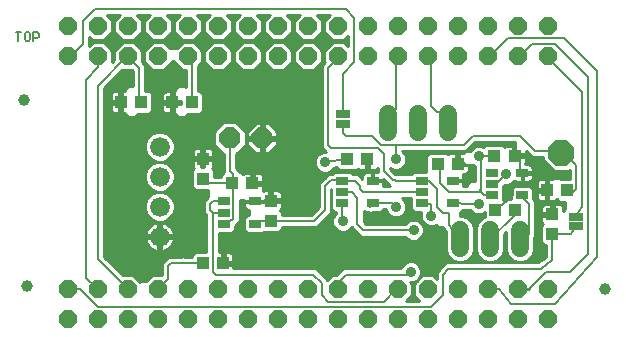
<source format=gtl>
G75*
%MOIN*%
%OFA0B0*%
%FSLAX25Y25*%
%IPPOS*%
%LPD*%
%AMOC8*
5,1,8,0,0,1.08239X$1,22.5*
%
%ADD10C,0.00500*%
%ADD11OC8,0.05906*%
%ADD12C,0.06000*%
%ADD13OC8,0.08500*%
%ADD14OC8,0.07000*%
%ADD15R,0.03937X0.04331*%
%ADD16R,0.04331X0.03937*%
%ADD17R,0.03898X0.02717*%
%ADD18R,0.05000X0.02500*%
%ADD19C,0.06600*%
%ADD20C,0.03937*%
%ADD21C,0.00787*%
%ADD22C,0.00591*%
%ADD23C,0.01000*%
%ADD24C,0.03569*%
D10*
X0010825Y0114458D02*
X0010825Y0117161D01*
X0009924Y0117161D02*
X0011726Y0117161D01*
X0012871Y0116710D02*
X0012871Y0114909D01*
X0013321Y0114458D01*
X0014222Y0114458D01*
X0014672Y0114909D01*
X0014672Y0116710D01*
X0014222Y0117161D01*
X0013321Y0117161D01*
X0012871Y0116710D01*
X0015817Y0117161D02*
X0017168Y0117161D01*
X0017619Y0116710D01*
X0017619Y0115809D01*
X0017168Y0115359D01*
X0015817Y0115359D01*
X0015817Y0114458D02*
X0015817Y0117161D01*
D11*
X0027241Y0021531D03*
X0037241Y0021531D03*
X0047241Y0021531D03*
X0057241Y0021531D03*
X0067241Y0021531D03*
X0077241Y0021531D03*
X0087241Y0021531D03*
X0097241Y0021531D03*
X0107241Y0021531D03*
X0117241Y0021531D03*
X0127241Y0021531D03*
X0137241Y0021531D03*
X0147241Y0021531D03*
X0157241Y0021531D03*
X0167241Y0021531D03*
X0177241Y0021531D03*
X0187241Y0021531D03*
X0187241Y0031531D03*
X0177241Y0031531D03*
X0167241Y0031531D03*
X0157241Y0031531D03*
X0147241Y0031531D03*
X0137241Y0031531D03*
X0127241Y0031531D03*
X0117241Y0031531D03*
X0107241Y0031531D03*
X0097241Y0031531D03*
X0087241Y0031531D03*
X0077241Y0031531D03*
X0067241Y0031531D03*
X0057241Y0031531D03*
X0047241Y0031531D03*
X0037241Y0031531D03*
X0027241Y0031531D03*
X0027493Y0109204D03*
X0037493Y0109204D03*
X0047493Y0109204D03*
X0057493Y0109204D03*
X0067493Y0109204D03*
X0077493Y0109204D03*
X0087493Y0109204D03*
X0097493Y0109204D03*
X0107493Y0109204D03*
X0117493Y0109204D03*
X0127493Y0109204D03*
X0137493Y0109204D03*
X0147493Y0109204D03*
X0157493Y0109204D03*
X0167493Y0109204D03*
X0177493Y0109204D03*
X0187493Y0109204D03*
X0187493Y0119204D03*
X0177493Y0119204D03*
X0167493Y0119204D03*
X0157493Y0119204D03*
X0147493Y0119204D03*
X0137493Y0119204D03*
X0127493Y0119204D03*
X0117493Y0119204D03*
X0107493Y0119204D03*
X0097493Y0119204D03*
X0087493Y0119204D03*
X0077493Y0119204D03*
X0067493Y0119204D03*
X0057493Y0119204D03*
X0047493Y0119204D03*
X0037493Y0119204D03*
X0027493Y0119204D03*
D12*
X0134123Y0090023D02*
X0134123Y0084023D01*
X0144123Y0084023D02*
X0144123Y0090023D01*
X0154123Y0090023D02*
X0154123Y0084023D01*
X0158139Y0051263D02*
X0158139Y0045263D01*
X0168139Y0045263D02*
X0168139Y0051263D01*
X0178139Y0051263D02*
X0178139Y0045263D01*
D13*
X0191800Y0077082D03*
D14*
X0092170Y0081870D03*
X0081343Y0081972D03*
D15*
X0072343Y0075090D03*
X0072343Y0068397D03*
X0068828Y0093834D03*
X0062135Y0093834D03*
X0051702Y0093952D03*
X0045009Y0093952D03*
X0072371Y0040252D03*
X0079064Y0040252D03*
X0169721Y0057838D03*
X0176414Y0057838D03*
X0187036Y0064602D03*
X0193729Y0064602D03*
D16*
X0188828Y0056630D03*
X0188828Y0049937D03*
X0157280Y0073468D03*
X0150587Y0073468D03*
X0169517Y0076019D03*
X0176209Y0076019D03*
X0127194Y0074838D03*
X0120501Y0074838D03*
X0094950Y0061039D03*
X0088808Y0066964D03*
X0082115Y0066964D03*
X0094950Y0054346D03*
D17*
X0089595Y0053382D03*
X0079398Y0053382D03*
X0079398Y0057122D03*
X0079398Y0060862D03*
X0089595Y0060862D03*
X0118769Y0060271D03*
X0118769Y0064012D03*
X0118769Y0067752D03*
X0128965Y0067752D03*
X0128965Y0060271D03*
X0145343Y0060271D03*
X0145343Y0064012D03*
X0145343Y0067752D03*
X0155540Y0067752D03*
X0168572Y0066571D03*
X0168572Y0070311D03*
X0178769Y0070311D03*
X0178769Y0062830D03*
X0168572Y0062830D03*
X0155540Y0060271D03*
D18*
X0196682Y0055791D03*
X0196682Y0052547D03*
X0119123Y0086602D03*
X0119123Y0089846D03*
D19*
X0057902Y0079090D03*
X0057902Y0069090D03*
X0057902Y0059090D03*
X0057902Y0049090D03*
D20*
X0013611Y0032515D03*
X0012627Y0094523D03*
X0206524Y0031531D03*
D21*
X0200619Y0043342D02*
X0194713Y0037437D01*
X0186839Y0037437D01*
X0180934Y0031531D01*
X0175028Y0026610D02*
X0189792Y0026610D01*
X0203572Y0042358D01*
X0203572Y0104366D01*
X0192745Y0115193D01*
X0174044Y0115193D01*
X0168139Y0109287D01*
X0167493Y0109204D01*
X0177493Y0109204D02*
X0177981Y0109287D01*
X0181918Y0113224D01*
X0189792Y0113224D01*
X0200619Y0102397D01*
X0200619Y0043342D01*
X0188808Y0041374D02*
X0188808Y0049917D01*
X0188828Y0049937D01*
X0195056Y0049937D01*
X0196682Y0052547D01*
X0196682Y0055791D02*
X0196335Y0055791D01*
X0198650Y0059090D01*
X0198650Y0097476D01*
X0187824Y0108303D01*
X0187493Y0109204D01*
X0152528Y0090586D02*
X0150422Y0090586D01*
X0148454Y0092555D01*
X0148454Y0108303D01*
X0137493Y0109204D02*
X0136643Y0108303D01*
X0136643Y0091571D01*
X0135048Y0089976D01*
X0134123Y0087023D01*
X0128769Y0082712D02*
X0119910Y0082712D01*
X0118926Y0083697D01*
X0118926Y0086406D01*
X0119123Y0086602D01*
X0119123Y0089846D02*
X0118926Y0090043D01*
X0118926Y0103382D01*
X0122863Y0107319D01*
X0122863Y0122082D01*
X0119910Y0125035D01*
X0036249Y0125035D01*
X0032312Y0121098D01*
X0032312Y0113224D01*
X0028375Y0109287D01*
X0027493Y0109204D01*
X0033296Y0101413D02*
X0037493Y0105610D01*
X0037493Y0109204D01*
X0046993Y0109204D02*
X0037233Y0099445D01*
X0037233Y0041539D01*
X0047241Y0031531D01*
X0037241Y0031531D02*
X0033296Y0035476D01*
X0033296Y0101413D01*
X0046993Y0109204D02*
X0047493Y0109204D01*
X0048060Y0108303D01*
X0051013Y0105350D01*
X0051013Y0094523D01*
X0051702Y0093952D01*
X0045107Y0093539D02*
X0045009Y0093952D01*
X0068729Y0094523D02*
X0068729Y0107319D01*
X0067745Y0108303D01*
X0067493Y0109204D01*
X0107493Y0119204D02*
X0108099Y0119130D01*
X0117493Y0109204D02*
X0116957Y0108303D01*
X0114005Y0105350D01*
X0114005Y0079760D01*
X0114989Y0078775D01*
X0130737Y0078775D01*
X0132706Y0076807D01*
X0132706Y0070901D01*
X0135658Y0067949D01*
X0136643Y0067949D01*
X0136839Y0067752D01*
X0145343Y0067752D01*
X0147666Y0067752D01*
X0150422Y0064996D01*
X0150422Y0059090D01*
X0152391Y0057122D01*
X0154359Y0057122D01*
X0154359Y0053027D01*
X0158139Y0048263D01*
X0168139Y0048263D02*
X0176013Y0056137D01*
X0176013Y0057122D01*
X0176414Y0057838D01*
X0178965Y0062043D02*
X0180934Y0060074D01*
X0180934Y0050074D01*
X0178139Y0048263D01*
X0184871Y0038421D02*
X0188808Y0041374D01*
X0184871Y0038421D02*
X0154162Y0038421D01*
X0152391Y0036452D01*
X0152391Y0029563D01*
X0148454Y0025626D01*
X0037233Y0025626D01*
X0031328Y0031531D01*
X0027241Y0031531D01*
X0057241Y0031531D02*
X0060855Y0035145D01*
X0060855Y0039405D01*
X0061839Y0040389D01*
X0061977Y0040252D01*
X0072371Y0040252D01*
X0066328Y0040389D01*
X0061839Y0040389D01*
X0075619Y0037437D02*
X0076603Y0036452D01*
X0109083Y0036452D01*
X0112036Y0033500D01*
X0112036Y0029563D01*
X0114005Y0027200D01*
X0132706Y0027200D01*
X0136643Y0031531D01*
X0137241Y0031531D01*
X0140580Y0036452D02*
X0141564Y0037437D01*
X0140580Y0036452D02*
X0119910Y0036452D01*
X0117241Y0033783D01*
X0117241Y0031531D01*
X0125816Y0051216D02*
X0142548Y0051216D01*
X0148454Y0056137D02*
X0148454Y0060074D01*
X0145343Y0060271D01*
X0145343Y0064012D02*
X0125816Y0064012D01*
X0124831Y0064996D01*
X0124831Y0065980D01*
X0123060Y0067752D01*
X0118769Y0067752D01*
X0118572Y0067949D01*
X0114989Y0067949D01*
X0113020Y0065980D01*
X0113020Y0058106D01*
X0109261Y0054346D01*
X0094950Y0054346D01*
X0094320Y0054169D02*
X0090383Y0054169D01*
X0089595Y0053382D01*
X0082509Y0055153D02*
X0082509Y0066964D01*
X0082115Y0066964D01*
X0082509Y0067358D01*
X0082509Y0069917D01*
X0081343Y0071082D01*
X0081343Y0081972D01*
X0072343Y0075090D02*
X0072666Y0073854D01*
X0072343Y0075090D02*
X0071682Y0074838D01*
X0072343Y0068397D02*
X0071682Y0066964D01*
X0072666Y0066964D02*
X0072343Y0068397D01*
X0072666Y0066964D02*
X0082115Y0066964D01*
X0082328Y0067177D01*
X0088414Y0066964D02*
X0088808Y0066964D01*
X0090383Y0061059D02*
X0089595Y0060862D01*
X0090383Y0061059D02*
X0094320Y0061059D01*
X0094950Y0061039D01*
X0082509Y0055153D02*
X0081524Y0054169D01*
X0079556Y0054169D01*
X0079398Y0053382D01*
X0079556Y0057122D02*
X0075619Y0057122D01*
X0075619Y0037437D01*
X0075619Y0057122D02*
X0074635Y0058106D01*
X0074635Y0060074D01*
X0075619Y0061059D01*
X0079202Y0061059D01*
X0079398Y0060862D01*
X0079556Y0060074D01*
X0113020Y0073854D02*
X0120501Y0074838D01*
X0119225Y0073854D01*
X0128769Y0082712D02*
X0131721Y0079760D01*
X0136643Y0079760D01*
X0136643Y0074838D01*
X0136643Y0079760D02*
X0159280Y0079760D01*
X0162233Y0082712D01*
X0177981Y0082712D01*
X0182902Y0077791D01*
X0191761Y0077791D01*
X0192745Y0076807D02*
X0196682Y0072870D01*
X0196682Y0064996D01*
X0195698Y0064012D01*
X0194320Y0064012D01*
X0193729Y0064602D01*
X0186839Y0069917D02*
X0178965Y0069917D01*
X0178769Y0070311D01*
X0177981Y0069917D01*
X0178769Y0070311D02*
X0177981Y0070901D01*
X0177981Y0074838D01*
X0176997Y0075823D01*
X0176209Y0076019D01*
X0169517Y0076019D02*
X0169123Y0075823D01*
X0164202Y0075823D01*
X0165186Y0074838D01*
X0165186Y0064996D01*
X0164202Y0064012D01*
X0154359Y0064012D01*
X0151406Y0066964D01*
X0151406Y0072870D01*
X0150587Y0073468D01*
X0151406Y0073854D01*
X0155540Y0067752D02*
X0159280Y0067949D01*
X0165186Y0064996D02*
X0165186Y0064012D01*
X0166170Y0063027D01*
X0168375Y0063027D01*
X0168572Y0062830D01*
X0168139Y0063027D01*
X0164202Y0060074D02*
X0161249Y0060074D01*
X0155540Y0060271D01*
X0145501Y0064012D02*
X0145343Y0064012D01*
X0136643Y0059090D02*
X0135461Y0060271D01*
X0128965Y0060271D01*
X0128178Y0059090D01*
X0123847Y0062043D02*
X0123847Y0053185D01*
X0125816Y0051216D01*
X0118926Y0054169D02*
X0118769Y0054326D01*
X0118769Y0060271D01*
X0121879Y0064012D02*
X0123847Y0062043D01*
X0121879Y0064012D02*
X0118769Y0064012D01*
X0154123Y0087023D02*
X0152528Y0090586D01*
X0173454Y0069917D02*
X0170501Y0066964D01*
X0169123Y0066964D01*
X0168572Y0066571D01*
X0175816Y0066964D02*
X0175816Y0063027D01*
X0170107Y0058106D01*
X0169721Y0057838D01*
X0169123Y0057122D01*
X0178965Y0062043D02*
X0178769Y0062830D01*
X0171091Y0031531D02*
X0167241Y0031531D01*
X0171091Y0031531D02*
X0175028Y0026610D01*
D22*
X0094950Y0054346D02*
X0094320Y0054169D01*
X0079556Y0057122D02*
X0079398Y0057122D01*
X0078572Y0057122D01*
X0068828Y0093834D02*
X0068729Y0094523D01*
X0062824Y0093539D02*
X0062135Y0093834D01*
X0147493Y0109204D02*
X0148454Y0108303D01*
X0191761Y0077791D02*
X0191800Y0077082D01*
X0192745Y0076807D01*
X0157280Y0073468D02*
X0157312Y0072870D01*
D23*
X0157765Y0072926D02*
X0156796Y0072926D01*
X0156796Y0072984D02*
X0157765Y0072984D01*
X0157765Y0073952D01*
X0158746Y0073952D01*
X0159560Y0073138D01*
X0161953Y0073138D01*
X0161956Y0073141D01*
X0162228Y0072869D01*
X0163092Y0072511D01*
X0163092Y0067680D01*
X0161529Y0067680D01*
X0160533Y0066684D01*
X0160533Y0066105D01*
X0158965Y0066105D01*
X0158989Y0066196D01*
X0158989Y0067573D01*
X0155719Y0067573D01*
X0155719Y0067931D01*
X0158989Y0067931D01*
X0158989Y0069190D01*
X0159012Y0069213D01*
X0159012Y0070000D01*
X0159643Y0070000D01*
X0160025Y0070102D01*
X0160367Y0070299D01*
X0160646Y0070579D01*
X0160843Y0070921D01*
X0160946Y0071302D01*
X0160946Y0072984D01*
X0157765Y0072984D01*
X0157765Y0072601D01*
X0156796Y0072601D01*
X0156796Y0072984D01*
X0156796Y0073953D02*
X0156796Y0076937D01*
X0154917Y0076937D01*
X0154536Y0076834D01*
X0154194Y0076637D01*
X0154075Y0076518D01*
X0153457Y0077137D01*
X0147718Y0077137D01*
X0146722Y0076141D01*
X0146722Y0070810D01*
X0142690Y0070810D01*
X0141726Y0069845D01*
X0137707Y0069845D01*
X0137510Y0070042D01*
X0136526Y0070042D01*
X0134799Y0071769D01*
X0134799Y0071830D01*
X0135949Y0071354D01*
X0137336Y0071354D01*
X0138616Y0071884D01*
X0139596Y0072865D01*
X0140127Y0074145D01*
X0140127Y0075531D01*
X0139596Y0076812D01*
X0138742Y0077666D01*
X0160148Y0077666D01*
X0161374Y0078892D01*
X0163100Y0080619D01*
X0176436Y0080619D01*
X0176281Y0080464D01*
X0176281Y0078071D01*
X0176694Y0077659D01*
X0176694Y0076504D01*
X0175725Y0076504D01*
X0175725Y0079488D01*
X0173847Y0079488D01*
X0173465Y0079386D01*
X0173123Y0079188D01*
X0173004Y0079070D01*
X0172386Y0079688D01*
X0166647Y0079688D01*
X0165864Y0078905D01*
X0164895Y0079307D01*
X0163509Y0079307D01*
X0162228Y0078776D01*
X0161248Y0077796D01*
X0161134Y0077523D01*
X0159560Y0077523D01*
X0158975Y0076937D01*
X0157765Y0076937D01*
X0157765Y0073953D01*
X0156796Y0073953D01*
X0157765Y0073925D02*
X0158774Y0073925D01*
X0157765Y0074923D02*
X0156796Y0074923D01*
X0156796Y0075922D02*
X0157765Y0075922D01*
X0157765Y0076920D02*
X0156796Y0076920D01*
X0154857Y0076920D02*
X0153673Y0076920D01*
X0147502Y0076920D02*
X0139488Y0076920D01*
X0139965Y0075922D02*
X0146722Y0075922D01*
X0146722Y0074923D02*
X0140127Y0074923D01*
X0140036Y0073925D02*
X0146722Y0073925D01*
X0146722Y0072926D02*
X0139622Y0072926D01*
X0138660Y0071928D02*
X0146722Y0071928D01*
X0146722Y0070929D02*
X0135638Y0070929D01*
X0137621Y0069931D02*
X0141811Y0069931D01*
X0134541Y0066105D02*
X0132390Y0066105D01*
X0132414Y0066196D01*
X0132414Y0067573D01*
X0129145Y0067573D01*
X0129145Y0067931D01*
X0132414Y0067931D01*
X0132414Y0068232D01*
X0133565Y0067081D01*
X0134541Y0066105D01*
X0133710Y0066935D02*
X0132414Y0066935D01*
X0132414Y0067934D02*
X0132712Y0067934D01*
X0130612Y0070610D02*
X0129144Y0070610D01*
X0129144Y0067931D01*
X0128786Y0067931D01*
X0128786Y0070610D01*
X0126819Y0070610D01*
X0126438Y0070508D01*
X0126096Y0070310D01*
X0125816Y0070031D01*
X0125619Y0069689D01*
X0125517Y0069307D01*
X0125517Y0068256D01*
X0123927Y0069845D01*
X0122386Y0069845D01*
X0121421Y0070810D01*
X0116116Y0070810D01*
X0115348Y0070042D01*
X0114122Y0070042D01*
X0112895Y0068816D01*
X0110927Y0066847D01*
X0110927Y0058973D01*
X0108393Y0056440D01*
X0098815Y0056440D01*
X0098815Y0057019D01*
X0097990Y0057844D01*
X0098036Y0057870D01*
X0098315Y0058150D01*
X0098513Y0058492D01*
X0098615Y0058873D01*
X0098615Y0060555D01*
X0095434Y0060555D01*
X0095434Y0061523D01*
X0098615Y0061523D01*
X0098615Y0063205D01*
X0098513Y0063587D01*
X0098315Y0063929D01*
X0098036Y0064208D01*
X0097694Y0064405D01*
X0097312Y0064508D01*
X0095434Y0064508D01*
X0095434Y0061523D01*
X0094465Y0061523D01*
X0094465Y0060555D01*
X0093044Y0060555D01*
X0093044Y0060683D01*
X0089774Y0060683D01*
X0089774Y0061041D01*
X0093044Y0061041D01*
X0093044Y0061523D01*
X0094465Y0061523D01*
X0094465Y0064508D01*
X0092587Y0064508D01*
X0092380Y0064452D01*
X0092473Y0064798D01*
X0092473Y0066480D01*
X0089292Y0066480D01*
X0089292Y0067449D01*
X0088324Y0067449D01*
X0088324Y0070433D01*
X0086445Y0070433D01*
X0086064Y0070331D01*
X0085721Y0070133D01*
X0085603Y0070014D01*
X0084984Y0070633D01*
X0084602Y0070633D01*
X0084602Y0070784D01*
X0083437Y0071950D01*
X0083437Y0076772D01*
X0083497Y0076772D01*
X0086543Y0079818D01*
X0086543Y0084126D01*
X0083497Y0087172D01*
X0079189Y0087172D01*
X0076143Y0084126D01*
X0076143Y0079818D01*
X0079189Y0076772D01*
X0079250Y0076772D01*
X0079250Y0070633D01*
X0079245Y0070633D01*
X0078250Y0069637D01*
X0078250Y0069058D01*
X0076012Y0069058D01*
X0076012Y0071267D01*
X0075393Y0071885D01*
X0075512Y0072004D01*
X0075710Y0072346D01*
X0075812Y0072727D01*
X0075812Y0074606D01*
X0072828Y0074606D01*
X0072828Y0075574D01*
X0075812Y0075574D01*
X0075812Y0077453D01*
X0075710Y0077835D01*
X0075512Y0078177D01*
X0075233Y0078456D01*
X0074891Y0078653D01*
X0074509Y0078756D01*
X0072828Y0078756D01*
X0072828Y0075575D01*
X0071859Y0075575D01*
X0071859Y0078756D01*
X0070177Y0078756D01*
X0069796Y0078653D01*
X0069454Y0078456D01*
X0069175Y0078177D01*
X0068977Y0077835D01*
X0068875Y0077453D01*
X0068875Y0075574D01*
X0071859Y0075574D01*
X0071859Y0074606D01*
X0068875Y0074606D01*
X0068875Y0072727D01*
X0068977Y0072346D01*
X0069175Y0072004D01*
X0069293Y0071885D01*
X0068675Y0071267D01*
X0068675Y0065528D01*
X0069671Y0064532D01*
X0073919Y0064532D01*
X0073919Y0062323D01*
X0073921Y0062321D01*
X0072541Y0060942D01*
X0072541Y0057239D01*
X0073525Y0056254D01*
X0073525Y0044117D01*
X0069698Y0044117D01*
X0068702Y0043121D01*
X0068702Y0042430D01*
X0067214Y0042463D01*
X0067195Y0042483D01*
X0066352Y0042483D01*
X0065508Y0042502D01*
X0065488Y0042483D01*
X0060972Y0042483D01*
X0059988Y0041499D01*
X0058761Y0040272D01*
X0058761Y0036184D01*
X0055314Y0036184D01*
X0053345Y0034215D01*
X0051293Y0034215D01*
X0051215Y0034137D01*
X0049168Y0036184D01*
X0045549Y0036184D01*
X0039327Y0042406D01*
X0039327Y0098577D01*
X0045433Y0104684D01*
X0045566Y0104551D01*
X0048850Y0104551D01*
X0048919Y0104483D01*
X0048919Y0099176D01*
X0047356Y0099176D01*
X0046360Y0098180D01*
X0046360Y0097618D01*
X0045493Y0097618D01*
X0045493Y0094437D01*
X0044524Y0094437D01*
X0044524Y0093468D01*
X0041540Y0093468D01*
X0041540Y0091590D01*
X0041642Y0091208D01*
X0041840Y0090866D01*
X0042119Y0090587D01*
X0042461Y0090389D01*
X0042843Y0090287D01*
X0044524Y0090287D01*
X0044524Y0093468D01*
X0045493Y0093468D01*
X0045493Y0090287D01*
X0046360Y0090287D01*
X0046360Y0089882D01*
X0047356Y0088886D01*
X0049748Y0088886D01*
X0050744Y0089882D01*
X0050744Y0090087D01*
X0054374Y0090087D01*
X0055370Y0091083D01*
X0055370Y0096822D01*
X0054374Y0097818D01*
X0053106Y0097818D01*
X0053106Y0106217D01*
X0052096Y0107227D01*
X0052146Y0107277D01*
X0052146Y0111131D01*
X0049420Y0113857D01*
X0045566Y0113857D01*
X0042840Y0111131D01*
X0042840Y0108013D01*
X0042146Y0107318D01*
X0042146Y0111131D01*
X0039420Y0113857D01*
X0035566Y0113857D01*
X0034405Y0112697D01*
X0034405Y0115711D01*
X0035566Y0114551D01*
X0039420Y0114551D01*
X0042146Y0117277D01*
X0042146Y0121131D01*
X0040335Y0122941D01*
X0044650Y0122941D01*
X0042840Y0121131D01*
X0042840Y0117277D01*
X0045566Y0114551D01*
X0049420Y0114551D01*
X0052146Y0117277D01*
X0052146Y0121131D01*
X0050335Y0122941D01*
X0054650Y0122941D01*
X0052840Y0121131D01*
X0052840Y0117277D01*
X0055566Y0114551D01*
X0059420Y0114551D01*
X0062146Y0117277D01*
X0062146Y0121131D01*
X0060335Y0122941D01*
X0064650Y0122941D01*
X0062840Y0121131D01*
X0062840Y0117277D01*
X0065566Y0114551D01*
X0069420Y0114551D01*
X0072146Y0117277D01*
X0072146Y0121131D01*
X0070335Y0122941D01*
X0074650Y0122941D01*
X0072840Y0121131D01*
X0072840Y0117277D01*
X0075566Y0114551D01*
X0079420Y0114551D01*
X0082146Y0117277D01*
X0082146Y0121131D01*
X0080335Y0122941D01*
X0084650Y0122941D01*
X0082840Y0121131D01*
X0082840Y0117277D01*
X0085566Y0114551D01*
X0089420Y0114551D01*
X0092146Y0117277D01*
X0092146Y0121131D01*
X0090335Y0122941D01*
X0094650Y0122941D01*
X0092840Y0121131D01*
X0092840Y0117277D01*
X0095566Y0114551D01*
X0099420Y0114551D01*
X0102146Y0117277D01*
X0102146Y0121131D01*
X0100335Y0122941D01*
X0104650Y0122941D01*
X0102840Y0121131D01*
X0102840Y0117277D01*
X0105566Y0114551D01*
X0109420Y0114551D01*
X0112146Y0117277D01*
X0112146Y0121131D01*
X0110335Y0122941D01*
X0114650Y0122941D01*
X0112840Y0121131D01*
X0112840Y0117277D01*
X0115566Y0114551D01*
X0119420Y0114551D01*
X0120769Y0115900D01*
X0120769Y0112508D01*
X0119420Y0113857D01*
X0115566Y0113857D01*
X0112840Y0111131D01*
X0112840Y0107277D01*
X0112905Y0107212D01*
X0111911Y0106217D01*
X0111911Y0078892D01*
X0113137Y0077666D01*
X0113137Y0077666D01*
X0113465Y0077338D01*
X0112327Y0077338D01*
X0111047Y0076808D01*
X0110067Y0075828D01*
X0109536Y0074547D01*
X0109536Y0073161D01*
X0110067Y0071880D01*
X0111047Y0070900D01*
X0112327Y0070370D01*
X0113714Y0070370D01*
X0114994Y0070900D01*
X0115974Y0071880D01*
X0116084Y0072145D01*
X0116635Y0072218D01*
X0116635Y0072166D01*
X0117631Y0071170D01*
X0123370Y0071170D01*
X0123989Y0071788D01*
X0124107Y0071669D01*
X0124449Y0071472D01*
X0124831Y0071370D01*
X0126709Y0071370D01*
X0126709Y0074354D01*
X0127678Y0074354D01*
X0127678Y0071370D01*
X0129557Y0071370D01*
X0129938Y0071472D01*
X0130280Y0071669D01*
X0130559Y0071949D01*
X0130612Y0072040D01*
X0130612Y0070610D01*
X0130612Y0070929D02*
X0115023Y0070929D01*
X0115994Y0071928D02*
X0116873Y0071928D01*
X0114010Y0069931D02*
X0092096Y0069931D01*
X0092174Y0069854D02*
X0091894Y0070133D01*
X0091552Y0070331D01*
X0091171Y0070433D01*
X0089292Y0070433D01*
X0089292Y0067449D01*
X0092473Y0067449D01*
X0092473Y0069130D01*
X0092371Y0069512D01*
X0092174Y0069854D01*
X0092473Y0068932D02*
X0113012Y0068932D01*
X0112013Y0067934D02*
X0092473Y0067934D01*
X0089292Y0067934D02*
X0088324Y0067934D01*
X0088324Y0068932D02*
X0089292Y0068932D01*
X0089292Y0069931D02*
X0088324Y0069931D01*
X0089292Y0066935D02*
X0111015Y0066935D01*
X0110927Y0065937D02*
X0092473Y0065937D01*
X0092473Y0064938D02*
X0110927Y0064938D01*
X0110927Y0063940D02*
X0098304Y0063940D01*
X0098615Y0062941D02*
X0110927Y0062941D01*
X0110927Y0061943D02*
X0098615Y0061943D01*
X0098615Y0059946D02*
X0110927Y0059946D01*
X0110927Y0060944D02*
X0095434Y0060944D01*
X0094465Y0060944D02*
X0089774Y0060944D01*
X0089416Y0060944D02*
X0084602Y0060944D01*
X0084602Y0061327D02*
X0086146Y0061327D01*
X0086146Y0061041D01*
X0089416Y0061041D01*
X0089416Y0060683D01*
X0086146Y0060683D01*
X0086146Y0059306D01*
X0086249Y0058925D01*
X0086446Y0058583D01*
X0086725Y0058303D01*
X0087067Y0058106D01*
X0087449Y0058004D01*
X0087698Y0058004D01*
X0087698Y0056440D01*
X0086942Y0056440D01*
X0085946Y0055444D01*
X0085946Y0051319D01*
X0086942Y0050323D01*
X0092248Y0050323D01*
X0092603Y0050678D01*
X0097819Y0050678D01*
X0098815Y0051673D01*
X0098815Y0052252D01*
X0110128Y0052252D01*
X0111354Y0053479D01*
X0113888Y0056012D01*
X0115114Y0057239D01*
X0115114Y0065113D01*
X0115120Y0065118D01*
X0115120Y0058209D01*
X0116116Y0057213D01*
X0116675Y0057213D01*
X0116675Y0056845D01*
X0115972Y0056143D01*
X0115442Y0054862D01*
X0115442Y0053476D01*
X0115972Y0052195D01*
X0116952Y0051215D01*
X0118233Y0050685D01*
X0119619Y0050685D01*
X0120900Y0051215D01*
X0121878Y0052193D01*
X0123722Y0050349D01*
X0124948Y0049123D01*
X0139714Y0049123D01*
X0140574Y0048262D01*
X0141855Y0047732D01*
X0143241Y0047732D01*
X0144522Y0048262D01*
X0145502Y0049243D01*
X0146032Y0050523D01*
X0146032Y0051909D01*
X0145502Y0053190D01*
X0144522Y0054170D01*
X0143241Y0054700D01*
X0141855Y0054700D01*
X0140574Y0054170D01*
X0139714Y0053310D01*
X0126683Y0053310D01*
X0125941Y0054052D01*
X0125941Y0057585D01*
X0126312Y0057213D01*
X0127219Y0057213D01*
X0127738Y0056867D01*
X0129439Y0057207D01*
X0129443Y0057213D01*
X0131618Y0057213D01*
X0132583Y0058178D01*
X0133249Y0058178D01*
X0133689Y0057117D01*
X0134669Y0056136D01*
X0135949Y0055606D01*
X0137336Y0055606D01*
X0138616Y0056136D01*
X0139596Y0057117D01*
X0140127Y0058397D01*
X0140127Y0059783D01*
X0139596Y0061064D01*
X0138742Y0061918D01*
X0141694Y0061918D01*
X0141694Y0058209D01*
X0142690Y0057213D01*
X0145128Y0057213D01*
X0144969Y0056831D01*
X0144969Y0055444D01*
X0145500Y0054164D01*
X0146480Y0053184D01*
X0147760Y0052653D01*
X0149147Y0052653D01*
X0150116Y0053055D01*
X0150702Y0052469D01*
X0152187Y0052469D01*
X0152180Y0052405D01*
X0152265Y0052298D01*
X0152265Y0052160D01*
X0152794Y0051632D01*
X0153439Y0050819D01*
X0153439Y0044329D01*
X0154154Y0042601D01*
X0155476Y0041279D01*
X0157204Y0040563D01*
X0159073Y0040563D01*
X0160801Y0041279D01*
X0162123Y0042601D01*
X0162839Y0044329D01*
X0162839Y0052198D01*
X0162123Y0053926D01*
X0160801Y0055248D01*
X0159073Y0055963D01*
X0158028Y0055963D01*
X0158028Y0057213D01*
X0158193Y0057213D01*
X0159036Y0058056D01*
X0160352Y0058010D01*
X0160382Y0057981D01*
X0161213Y0057981D01*
X0161373Y0057975D01*
X0162228Y0057121D01*
X0163509Y0056590D01*
X0164895Y0056590D01*
X0166175Y0057121D01*
X0166253Y0057198D01*
X0166253Y0055570D01*
X0165476Y0055248D01*
X0164154Y0053926D01*
X0163439Y0052198D01*
X0163439Y0044329D01*
X0164154Y0042601D01*
X0165476Y0041279D01*
X0167204Y0040563D01*
X0169073Y0040563D01*
X0170801Y0041279D01*
X0172123Y0042601D01*
X0172839Y0044329D01*
X0172839Y0050003D01*
X0173439Y0050603D01*
X0173439Y0044329D01*
X0174154Y0042601D01*
X0175476Y0041279D01*
X0177204Y0040563D01*
X0179073Y0040563D01*
X0180801Y0041279D01*
X0182123Y0042601D01*
X0182839Y0044329D01*
X0182839Y0048969D01*
X0182852Y0049032D01*
X0183028Y0049207D01*
X0183028Y0049853D01*
X0183163Y0050485D01*
X0183028Y0050693D01*
X0183028Y0060942D01*
X0182417Y0061552D01*
X0182417Y0064893D01*
X0181421Y0065889D01*
X0176116Y0065889D01*
X0175120Y0064893D01*
X0175120Y0061704D01*
X0173741Y0061704D01*
X0172917Y0060879D01*
X0172890Y0060925D01*
X0172611Y0061204D01*
X0172269Y0061401D01*
X0172220Y0061414D01*
X0172220Y0065723D01*
X0172930Y0066433D01*
X0174147Y0066433D01*
X0175427Y0066963D01*
X0176100Y0067636D01*
X0176241Y0067555D01*
X0176622Y0067452D01*
X0178589Y0067452D01*
X0178589Y0070131D01*
X0178948Y0070131D01*
X0178948Y0067452D01*
X0180915Y0067452D01*
X0181296Y0067555D01*
X0181638Y0067752D01*
X0181918Y0068031D01*
X0182115Y0068373D01*
X0182217Y0068755D01*
X0182217Y0070132D01*
X0178948Y0070132D01*
X0178948Y0070490D01*
X0182217Y0070490D01*
X0182217Y0071866D01*
X0182115Y0072248D01*
X0181918Y0072590D01*
X0181638Y0072869D01*
X0181296Y0073067D01*
X0180915Y0073169D01*
X0179598Y0073169D01*
X0179773Y0073472D01*
X0179875Y0073853D01*
X0179875Y0075535D01*
X0176694Y0075535D01*
X0176694Y0076504D01*
X0179875Y0076504D01*
X0179875Y0077281D01*
X0180163Y0077569D01*
X0182035Y0075697D01*
X0185850Y0075697D01*
X0185850Y0074618D01*
X0189335Y0071132D01*
X0194265Y0071132D01*
X0194588Y0071456D01*
X0194588Y0068467D01*
X0191677Y0068467D01*
X0191481Y0068664D01*
X0189088Y0068664D01*
X0188691Y0068267D01*
X0187520Y0068267D01*
X0187520Y0065086D01*
X0186552Y0065086D01*
X0186552Y0064118D01*
X0183568Y0064118D01*
X0183568Y0062239D01*
X0183670Y0061858D01*
X0183867Y0061516D01*
X0184147Y0061236D01*
X0184489Y0061039D01*
X0184870Y0060937D01*
X0186552Y0060937D01*
X0186552Y0064118D01*
X0187520Y0064118D01*
X0187520Y0060937D01*
X0189202Y0060937D01*
X0189584Y0061039D01*
X0189926Y0061236D01*
X0190205Y0061516D01*
X0190232Y0061562D01*
X0191056Y0060737D01*
X0193013Y0060737D01*
X0193013Y0058386D01*
X0193068Y0058331D01*
X0192493Y0057756D01*
X0192493Y0058796D01*
X0192391Y0059177D01*
X0192193Y0059519D01*
X0191914Y0059798D01*
X0191572Y0059996D01*
X0191190Y0060098D01*
X0189312Y0060098D01*
X0189312Y0057114D01*
X0188343Y0057114D01*
X0188343Y0056145D01*
X0185162Y0056145D01*
X0185162Y0054464D01*
X0185264Y0054082D01*
X0185462Y0053740D01*
X0185741Y0053461D01*
X0185787Y0053434D01*
X0184962Y0052609D01*
X0184962Y0047264D01*
X0185958Y0046268D01*
X0186714Y0046268D01*
X0186714Y0042421D01*
X0184173Y0040515D01*
X0154966Y0040515D01*
X0154918Y0040557D01*
X0154107Y0040515D01*
X0153295Y0040515D01*
X0153250Y0040470D01*
X0153186Y0040466D01*
X0152643Y0039862D01*
X0152069Y0039288D01*
X0152069Y0039224D01*
X0150871Y0037894D01*
X0150297Y0037320D01*
X0150297Y0037256D01*
X0150254Y0037208D01*
X0150297Y0036397D01*
X0150297Y0035055D01*
X0149168Y0036184D01*
X0145314Y0036184D01*
X0142588Y0033458D01*
X0142588Y0029604D01*
X0144473Y0027719D01*
X0140009Y0027719D01*
X0141894Y0029604D01*
X0141894Y0033458D01*
X0141400Y0033952D01*
X0142257Y0033952D01*
X0143537Y0034483D01*
X0144518Y0035463D01*
X0145048Y0036744D01*
X0145048Y0038130D01*
X0144518Y0039410D01*
X0143537Y0040391D01*
X0142257Y0040921D01*
X0140871Y0040921D01*
X0139590Y0040391D01*
X0138610Y0039410D01*
X0138252Y0038546D01*
X0119043Y0038546D01*
X0117817Y0037320D01*
X0116681Y0036184D01*
X0115314Y0036184D01*
X0113813Y0034684D01*
X0112903Y0035593D01*
X0109951Y0038546D01*
X0082532Y0038546D01*
X0082532Y0039767D01*
X0079548Y0039767D01*
X0079548Y0040736D01*
X0078580Y0040736D01*
X0078580Y0043917D01*
X0077713Y0043917D01*
X0077713Y0050323D01*
X0082051Y0050323D01*
X0083047Y0051319D01*
X0083047Y0052731D01*
X0083376Y0053060D01*
X0084602Y0054286D01*
X0084602Y0061327D01*
X0084602Y0059946D02*
X0086146Y0059946D01*
X0086243Y0058947D02*
X0084602Y0058947D01*
X0084602Y0057949D02*
X0087698Y0057949D01*
X0087698Y0056950D02*
X0084602Y0056950D01*
X0084602Y0055952D02*
X0086454Y0055952D01*
X0085946Y0054953D02*
X0084602Y0054953D01*
X0084271Y0053955D02*
X0085946Y0053955D01*
X0085946Y0052956D02*
X0083273Y0052956D01*
X0083047Y0051958D02*
X0085946Y0051958D01*
X0086306Y0050959D02*
X0082687Y0050959D01*
X0077713Y0049961D02*
X0124110Y0049961D01*
X0123112Y0050959D02*
X0120282Y0050959D01*
X0121642Y0051958D02*
X0122113Y0051958D01*
X0126038Y0053955D02*
X0140359Y0053955D01*
X0138170Y0055952D02*
X0144969Y0055952D01*
X0145019Y0056950D02*
X0139430Y0056950D01*
X0139941Y0057949D02*
X0141955Y0057949D01*
X0141694Y0058947D02*
X0140127Y0058947D01*
X0140059Y0059946D02*
X0141694Y0059946D01*
X0141694Y0060944D02*
X0139646Y0060944D01*
X0133344Y0057949D02*
X0132354Y0057949D01*
X0133855Y0056950D02*
X0128154Y0056950D01*
X0127613Y0056950D02*
X0125941Y0056950D01*
X0125941Y0055952D02*
X0135115Y0055952D01*
X0125941Y0054953D02*
X0145173Y0054953D01*
X0144737Y0053955D02*
X0145709Y0053955D01*
X0145599Y0052956D02*
X0147029Y0052956D01*
X0146012Y0051958D02*
X0152468Y0051958D01*
X0153327Y0050959D02*
X0146032Y0050959D01*
X0145799Y0049961D02*
X0153439Y0049961D01*
X0153439Y0048962D02*
X0145221Y0048962D01*
X0143800Y0047964D02*
X0153439Y0047964D01*
X0153439Y0046965D02*
X0077713Y0046965D01*
X0077713Y0045967D02*
X0153439Y0045967D01*
X0153439Y0044968D02*
X0077713Y0044968D01*
X0077713Y0043970D02*
X0153587Y0043970D01*
X0154001Y0042971D02*
X0082437Y0042971D01*
X0082430Y0042996D02*
X0082233Y0043338D01*
X0081953Y0043617D01*
X0081611Y0043815D01*
X0081230Y0043917D01*
X0079548Y0043917D01*
X0079548Y0040736D01*
X0082532Y0040736D01*
X0082532Y0042614D01*
X0082430Y0042996D01*
X0082532Y0041973D02*
X0154783Y0041973D01*
X0156212Y0040974D02*
X0082532Y0040974D01*
X0082532Y0038977D02*
X0138430Y0038977D01*
X0139175Y0039976D02*
X0079548Y0039976D01*
X0079548Y0040974D02*
X0078580Y0040974D01*
X0078580Y0041973D02*
X0079548Y0041973D01*
X0079548Y0042971D02*
X0078580Y0042971D01*
X0073525Y0044968D02*
X0060385Y0044968D01*
X0060418Y0044985D02*
X0061029Y0045429D01*
X0061564Y0045963D01*
X0062008Y0046574D01*
X0062351Y0047248D01*
X0062584Y0047966D01*
X0062683Y0048590D01*
X0058402Y0048590D01*
X0058402Y0044310D01*
X0059026Y0044408D01*
X0059745Y0044642D01*
X0060418Y0044985D01*
X0061566Y0045967D02*
X0073525Y0045967D01*
X0073525Y0046965D02*
X0062207Y0046965D01*
X0062583Y0047964D02*
X0073525Y0047964D01*
X0073525Y0048962D02*
X0058402Y0048962D01*
X0058402Y0048590D02*
X0058402Y0049590D01*
X0057402Y0049590D01*
X0057402Y0048590D01*
X0053122Y0048590D01*
X0053221Y0047966D01*
X0053454Y0047248D01*
X0053797Y0046574D01*
X0054241Y0045963D01*
X0054775Y0045429D01*
X0055387Y0044985D01*
X0056060Y0044642D01*
X0056778Y0044408D01*
X0057402Y0044310D01*
X0057402Y0048590D01*
X0058402Y0048590D01*
X0058402Y0047964D02*
X0057402Y0047964D01*
X0057402Y0048962D02*
X0039327Y0048962D01*
X0039327Y0047964D02*
X0053221Y0047964D01*
X0053598Y0046965D02*
X0039327Y0046965D01*
X0039327Y0045967D02*
X0054239Y0045967D01*
X0055420Y0044968D02*
X0039327Y0044968D01*
X0039327Y0043970D02*
X0069551Y0043970D01*
X0068702Y0042971D02*
X0039327Y0042971D01*
X0039760Y0041973D02*
X0060462Y0041973D01*
X0059463Y0040974D02*
X0040759Y0040974D01*
X0041757Y0039976D02*
X0058761Y0039976D01*
X0058761Y0038977D02*
X0042756Y0038977D01*
X0043755Y0037979D02*
X0058761Y0037979D01*
X0058761Y0036980D02*
X0044753Y0036980D01*
X0049371Y0035982D02*
X0055111Y0035982D01*
X0054113Y0034983D02*
X0050369Y0034983D01*
X0057402Y0044968D02*
X0058402Y0044968D01*
X0058402Y0045967D02*
X0057402Y0045967D01*
X0057402Y0046965D02*
X0058402Y0046965D01*
X0058402Y0049590D02*
X0062683Y0049590D01*
X0062584Y0050214D01*
X0062351Y0050933D01*
X0062008Y0051606D01*
X0061564Y0052217D01*
X0061029Y0052751D01*
X0060418Y0053196D01*
X0059745Y0053539D01*
X0059026Y0053772D01*
X0058402Y0053871D01*
X0058402Y0049590D01*
X0058402Y0049961D02*
X0057402Y0049961D01*
X0057402Y0049590D02*
X0057402Y0053871D01*
X0056778Y0053772D01*
X0056060Y0053539D01*
X0055387Y0053196D01*
X0054775Y0052751D01*
X0054241Y0052217D01*
X0053797Y0051606D01*
X0053454Y0050933D01*
X0053221Y0050214D01*
X0053122Y0049590D01*
X0057402Y0049590D01*
X0057402Y0050959D02*
X0058402Y0050959D01*
X0058402Y0051958D02*
X0057402Y0051958D01*
X0057402Y0052956D02*
X0058402Y0052956D01*
X0058897Y0054090D02*
X0060735Y0054851D01*
X0062141Y0056258D01*
X0062902Y0058096D01*
X0062902Y0060085D01*
X0062141Y0061923D01*
X0060735Y0063329D01*
X0058897Y0064090D01*
X0056908Y0064090D01*
X0055070Y0063329D01*
X0053664Y0061923D01*
X0052902Y0060085D01*
X0052902Y0058096D01*
X0053664Y0056258D01*
X0055070Y0054851D01*
X0056908Y0054090D01*
X0058897Y0054090D01*
X0060836Y0054953D02*
X0073525Y0054953D01*
X0073525Y0053955D02*
X0039327Y0053955D01*
X0039327Y0054953D02*
X0054968Y0054953D01*
X0053970Y0055952D02*
X0039327Y0055952D01*
X0039327Y0056950D02*
X0053377Y0056950D01*
X0052963Y0057949D02*
X0039327Y0057949D01*
X0039327Y0058947D02*
X0052902Y0058947D01*
X0052902Y0059946D02*
X0039327Y0059946D01*
X0039327Y0060944D02*
X0053258Y0060944D01*
X0053684Y0061943D02*
X0039327Y0061943D01*
X0039327Y0062941D02*
X0054682Y0062941D01*
X0055070Y0064851D02*
X0056908Y0064090D01*
X0058897Y0064090D01*
X0060735Y0064851D01*
X0062141Y0066258D01*
X0062902Y0068096D01*
X0062902Y0070085D01*
X0062141Y0071923D01*
X0060735Y0073329D01*
X0058897Y0074090D01*
X0056908Y0074090D01*
X0055070Y0073329D01*
X0053664Y0071923D01*
X0052902Y0070085D01*
X0052902Y0068096D01*
X0053664Y0066258D01*
X0055070Y0064851D01*
X0054983Y0064938D02*
X0039327Y0064938D01*
X0039327Y0063940D02*
X0056545Y0063940D01*
X0059260Y0063940D02*
X0073919Y0063940D01*
X0073919Y0062941D02*
X0061122Y0062941D01*
X0062121Y0061943D02*
X0073542Y0061943D01*
X0072544Y0060944D02*
X0062546Y0060944D01*
X0062902Y0059946D02*
X0072541Y0059946D01*
X0072541Y0058947D02*
X0062902Y0058947D01*
X0062841Y0057949D02*
X0072541Y0057949D01*
X0072829Y0056950D02*
X0062428Y0056950D01*
X0061835Y0055952D02*
X0073525Y0055952D01*
X0073525Y0052956D02*
X0060748Y0052956D01*
X0061752Y0051958D02*
X0073525Y0051958D01*
X0073525Y0050959D02*
X0062337Y0050959D01*
X0062624Y0049961D02*
X0073525Y0049961D01*
X0077713Y0048962D02*
X0139875Y0048962D01*
X0141296Y0047964D02*
X0077713Y0047964D01*
X0098101Y0050959D02*
X0117570Y0050959D01*
X0116210Y0051958D02*
X0098815Y0051958D01*
X0098815Y0056950D02*
X0108904Y0056950D01*
X0109902Y0057949D02*
X0098114Y0057949D01*
X0098615Y0058947D02*
X0110901Y0058947D01*
X0115114Y0058947D02*
X0115120Y0058947D01*
X0115114Y0057949D02*
X0115380Y0057949D01*
X0114826Y0056950D02*
X0116675Y0056950D01*
X0115893Y0055952D02*
X0113827Y0055952D01*
X0113888Y0056012D02*
X0113888Y0056012D01*
X0112829Y0054953D02*
X0115480Y0054953D01*
X0115442Y0053955D02*
X0111830Y0053955D01*
X0111354Y0053479D02*
X0111354Y0053479D01*
X0110832Y0052956D02*
X0115657Y0052956D01*
X0115120Y0059946D02*
X0115114Y0059946D01*
X0115114Y0060944D02*
X0115120Y0060944D01*
X0115114Y0061943D02*
X0115120Y0061943D01*
X0115114Y0062941D02*
X0115120Y0062941D01*
X0115114Y0063940D02*
X0115120Y0063940D01*
X0115114Y0064938D02*
X0115120Y0064938D01*
X0122300Y0069931D02*
X0125759Y0069931D01*
X0125517Y0068932D02*
X0124840Y0068932D01*
X0128786Y0068932D02*
X0129144Y0068932D01*
X0129144Y0067934D02*
X0128786Y0067934D01*
X0128786Y0069931D02*
X0129144Y0069931D01*
X0130539Y0071928D02*
X0130612Y0071928D01*
X0127678Y0071928D02*
X0126709Y0071928D01*
X0126709Y0072926D02*
X0127678Y0072926D01*
X0127678Y0073925D02*
X0126709Y0073925D01*
X0112884Y0077919D02*
X0095290Y0077919D01*
X0094292Y0076920D02*
X0111319Y0076920D01*
X0110161Y0075922D02*
X0083437Y0075922D01*
X0083437Y0074923D02*
X0109692Y0074923D01*
X0109536Y0073925D02*
X0083437Y0073925D01*
X0083437Y0072926D02*
X0109633Y0072926D01*
X0110047Y0071928D02*
X0083459Y0071928D01*
X0084457Y0070929D02*
X0111018Y0070929D01*
X0111911Y0078918D02*
X0096289Y0078918D01*
X0097170Y0079799D02*
X0094241Y0076870D01*
X0092570Y0076870D01*
X0092570Y0081470D01*
X0092570Y0082270D01*
X0091770Y0082270D01*
X0091770Y0086870D01*
X0090099Y0086870D01*
X0087170Y0083941D01*
X0087170Y0082270D01*
X0091770Y0082270D01*
X0091770Y0081470D01*
X0087170Y0081470D01*
X0087170Y0079799D01*
X0090099Y0076870D01*
X0091770Y0076870D01*
X0091770Y0081470D01*
X0092570Y0081470D01*
X0097170Y0081470D01*
X0097170Y0079799D01*
X0097170Y0079916D02*
X0111911Y0079916D01*
X0111911Y0080915D02*
X0097170Y0080915D01*
X0097170Y0082270D02*
X0097170Y0083941D01*
X0094241Y0086870D01*
X0092570Y0086870D01*
X0092570Y0082270D01*
X0097170Y0082270D01*
X0097170Y0082912D02*
X0111911Y0082912D01*
X0111911Y0083910D02*
X0097170Y0083910D01*
X0096202Y0084909D02*
X0111911Y0084909D01*
X0111911Y0085907D02*
X0095204Y0085907D01*
X0092570Y0085907D02*
X0091770Y0085907D01*
X0091770Y0084909D02*
X0092570Y0084909D01*
X0092570Y0083910D02*
X0091770Y0083910D01*
X0091770Y0082912D02*
X0092570Y0082912D01*
X0092570Y0081913D02*
X0111911Y0081913D01*
X0111911Y0086906D02*
X0083764Y0086906D01*
X0084762Y0085907D02*
X0089136Y0085907D01*
X0088138Y0084909D02*
X0085761Y0084909D01*
X0086543Y0083910D02*
X0087170Y0083910D01*
X0087170Y0082912D02*
X0086543Y0082912D01*
X0086543Y0081913D02*
X0091770Y0081913D01*
X0091770Y0080915D02*
X0092570Y0080915D01*
X0092570Y0079916D02*
X0091770Y0079916D01*
X0091770Y0078918D02*
X0092570Y0078918D01*
X0092570Y0077919D02*
X0091770Y0077919D01*
X0091770Y0076920D02*
X0092570Y0076920D01*
X0090048Y0076920D02*
X0083646Y0076920D01*
X0084644Y0077919D02*
X0089050Y0077919D01*
X0088051Y0078918D02*
X0085643Y0078918D01*
X0086543Y0079916D02*
X0087170Y0079916D01*
X0087170Y0080915D02*
X0086543Y0080915D01*
X0079041Y0076920D02*
X0075812Y0076920D01*
X0075812Y0075922D02*
X0079250Y0075922D01*
X0079250Y0074923D02*
X0072828Y0074923D01*
X0072828Y0074606D02*
X0072828Y0072263D01*
X0071859Y0072263D01*
X0071859Y0074606D01*
X0072828Y0074606D01*
X0072828Y0073925D02*
X0071859Y0073925D01*
X0071859Y0074923D02*
X0060807Y0074923D01*
X0060735Y0074851D02*
X0062141Y0076258D01*
X0062902Y0078096D01*
X0062902Y0080085D01*
X0062141Y0081923D01*
X0060735Y0083329D01*
X0058897Y0084090D01*
X0056908Y0084090D01*
X0055070Y0083329D01*
X0053664Y0081923D01*
X0052902Y0080085D01*
X0052902Y0078096D01*
X0053664Y0076258D01*
X0055070Y0074851D01*
X0056908Y0074090D01*
X0058897Y0074090D01*
X0060735Y0074851D01*
X0061805Y0075922D02*
X0068875Y0075922D01*
X0068875Y0076920D02*
X0062416Y0076920D01*
X0062829Y0077919D02*
X0069026Y0077919D01*
X0071859Y0077919D02*
X0072828Y0077919D01*
X0072828Y0076920D02*
X0071859Y0076920D01*
X0071859Y0075922D02*
X0072828Y0075922D01*
X0075812Y0073925D02*
X0079250Y0073925D01*
X0079250Y0072926D02*
X0075812Y0072926D01*
X0075436Y0071928D02*
X0079250Y0071928D01*
X0079250Y0070929D02*
X0076012Y0070929D01*
X0076012Y0069931D02*
X0078544Y0069931D01*
X0072343Y0068397D02*
X0071894Y0067949D01*
X0068675Y0067934D02*
X0062835Y0067934D01*
X0062902Y0068932D02*
X0068675Y0068932D01*
X0068675Y0069931D02*
X0062902Y0069931D01*
X0062552Y0070929D02*
X0068675Y0070929D01*
X0069250Y0071928D02*
X0062136Y0071928D01*
X0061137Y0072926D02*
X0068875Y0072926D01*
X0068875Y0073925D02*
X0059296Y0073925D01*
X0056509Y0073925D02*
X0039327Y0073925D01*
X0039327Y0074923D02*
X0054998Y0074923D01*
X0054000Y0075922D02*
X0039327Y0075922D01*
X0039327Y0076920D02*
X0053389Y0076920D01*
X0052976Y0077919D02*
X0039327Y0077919D01*
X0039327Y0078918D02*
X0052902Y0078918D01*
X0052902Y0079916D02*
X0039327Y0079916D01*
X0039327Y0080915D02*
X0053246Y0080915D01*
X0053660Y0081913D02*
X0039327Y0081913D01*
X0039327Y0082912D02*
X0054653Y0082912D01*
X0056473Y0083910D02*
X0039327Y0083910D01*
X0039327Y0084909D02*
X0076926Y0084909D01*
X0076143Y0083910D02*
X0059332Y0083910D01*
X0061152Y0082912D02*
X0076143Y0082912D01*
X0076143Y0081913D02*
X0062145Y0081913D01*
X0062559Y0080915D02*
X0076143Y0080915D01*
X0076143Y0079916D02*
X0062902Y0079916D01*
X0062902Y0078918D02*
X0077044Y0078918D01*
X0078043Y0077919D02*
X0075661Y0077919D01*
X0072828Y0072926D02*
X0071859Y0072926D01*
X0068675Y0066935D02*
X0062422Y0066935D01*
X0061820Y0065937D02*
X0068675Y0065937D01*
X0069264Y0064938D02*
X0060822Y0064938D01*
X0053985Y0065937D02*
X0039327Y0065937D01*
X0039327Y0066935D02*
X0053383Y0066935D01*
X0052969Y0067934D02*
X0039327Y0067934D01*
X0039327Y0068932D02*
X0052902Y0068932D01*
X0052902Y0069931D02*
X0039327Y0069931D01*
X0039327Y0070929D02*
X0053252Y0070929D01*
X0053669Y0071928D02*
X0039327Y0071928D01*
X0039327Y0072926D02*
X0054668Y0072926D01*
X0039327Y0085907D02*
X0077924Y0085907D01*
X0078923Y0086906D02*
X0039327Y0086906D01*
X0039327Y0087904D02*
X0111911Y0087904D01*
X0111911Y0088903D02*
X0066497Y0088903D01*
X0066481Y0088886D02*
X0067476Y0089882D01*
X0067476Y0089969D01*
X0071500Y0089969D01*
X0072496Y0090965D01*
X0072496Y0096704D01*
X0071500Y0097700D01*
X0070823Y0097700D01*
X0070823Y0105954D01*
X0072146Y0107277D01*
X0072146Y0111131D01*
X0069420Y0113857D01*
X0065566Y0113857D01*
X0063604Y0111895D01*
X0063528Y0111971D01*
X0061306Y0111971D01*
X0059420Y0113857D01*
X0055566Y0113857D01*
X0052840Y0111131D01*
X0052840Y0107277D01*
X0055566Y0104551D01*
X0059420Y0104551D01*
X0062146Y0107277D01*
X0062146Y0107587D01*
X0062840Y0107587D01*
X0062840Y0107277D01*
X0065566Y0104551D01*
X0066635Y0104551D01*
X0066635Y0099021D01*
X0066481Y0099176D01*
X0064088Y0099176D01*
X0063092Y0098180D01*
X0063092Y0097500D01*
X0062619Y0097500D01*
X0062619Y0094319D01*
X0061650Y0094319D01*
X0061650Y0097500D01*
X0059969Y0097500D01*
X0059587Y0097397D01*
X0059245Y0097200D01*
X0058966Y0096921D01*
X0058768Y0096579D01*
X0058666Y0096197D01*
X0058666Y0094319D01*
X0061650Y0094319D01*
X0061650Y0093350D01*
X0058666Y0093350D01*
X0058666Y0091471D01*
X0058768Y0091090D01*
X0058966Y0090748D01*
X0059245Y0090469D01*
X0059587Y0090271D01*
X0059969Y0090169D01*
X0061650Y0090169D01*
X0061650Y0093350D01*
X0062619Y0093350D01*
X0062619Y0094319D01*
X0065159Y0094319D01*
X0065159Y0093350D01*
X0062619Y0093350D01*
X0062619Y0090169D01*
X0063092Y0090169D01*
X0063092Y0089882D01*
X0064088Y0088886D01*
X0066481Y0088886D01*
X0067476Y0089901D02*
X0111911Y0089901D01*
X0111911Y0090900D02*
X0072431Y0090900D01*
X0072496Y0091898D02*
X0111911Y0091898D01*
X0111911Y0092897D02*
X0072496Y0092897D01*
X0072496Y0093895D02*
X0111911Y0093895D01*
X0111911Y0094894D02*
X0072496Y0094894D01*
X0072496Y0095892D02*
X0111911Y0095892D01*
X0111911Y0096891D02*
X0072309Y0096891D01*
X0070823Y0097889D02*
X0111911Y0097889D01*
X0111911Y0098888D02*
X0070823Y0098888D01*
X0070823Y0099886D02*
X0111911Y0099886D01*
X0111911Y0100885D02*
X0070823Y0100885D01*
X0070823Y0101883D02*
X0111911Y0101883D01*
X0111911Y0102882D02*
X0070823Y0102882D01*
X0070823Y0103880D02*
X0111911Y0103880D01*
X0111911Y0104879D02*
X0109748Y0104879D01*
X0109420Y0104551D02*
X0112146Y0107277D01*
X0112146Y0111131D01*
X0109420Y0113857D01*
X0105566Y0113857D01*
X0102840Y0111131D01*
X0102840Y0107277D01*
X0105566Y0104551D01*
X0109420Y0104551D01*
X0110746Y0105877D02*
X0111911Y0105877D01*
X0111745Y0106876D02*
X0112570Y0106876D01*
X0112840Y0107874D02*
X0112146Y0107874D01*
X0112146Y0108873D02*
X0112840Y0108873D01*
X0112840Y0109871D02*
X0112146Y0109871D01*
X0112146Y0110870D02*
X0112840Y0110870D01*
X0113577Y0111868D02*
X0111409Y0111868D01*
X0110410Y0112867D02*
X0114576Y0112867D01*
X0115253Y0114864D02*
X0109733Y0114864D01*
X0110731Y0115862D02*
X0114255Y0115862D01*
X0113256Y0116861D02*
X0111730Y0116861D01*
X0112146Y0117859D02*
X0112840Y0117859D01*
X0112840Y0118858D02*
X0112146Y0118858D01*
X0112146Y0119856D02*
X0112840Y0119856D01*
X0112840Y0120855D02*
X0112146Y0120855D01*
X0111423Y0121854D02*
X0113562Y0121854D01*
X0114561Y0122852D02*
X0110425Y0122852D01*
X0104561Y0122852D02*
X0100425Y0122852D01*
X0101423Y0121854D02*
X0103562Y0121854D01*
X0102840Y0120855D02*
X0102146Y0120855D01*
X0102146Y0119856D02*
X0102840Y0119856D01*
X0102840Y0118858D02*
X0102146Y0118858D01*
X0102146Y0117859D02*
X0102840Y0117859D01*
X0103256Y0116861D02*
X0101730Y0116861D01*
X0100731Y0115862D02*
X0104255Y0115862D01*
X0105253Y0114864D02*
X0099733Y0114864D01*
X0099420Y0113857D02*
X0095566Y0113857D01*
X0092840Y0111131D01*
X0092840Y0107277D01*
X0095566Y0104551D01*
X0099420Y0104551D01*
X0102146Y0107277D01*
X0102146Y0111131D01*
X0099420Y0113857D01*
X0100410Y0112867D02*
X0104576Y0112867D01*
X0103577Y0111868D02*
X0101409Y0111868D01*
X0102146Y0110870D02*
X0102840Y0110870D01*
X0102840Y0109871D02*
X0102146Y0109871D01*
X0102146Y0108873D02*
X0102840Y0108873D01*
X0102840Y0107874D02*
X0102146Y0107874D01*
X0101745Y0106876D02*
X0103241Y0106876D01*
X0104240Y0105877D02*
X0100746Y0105877D01*
X0099748Y0104879D02*
X0105238Y0104879D01*
X0095238Y0104879D02*
X0089748Y0104879D01*
X0089420Y0104551D02*
X0092146Y0107277D01*
X0092146Y0111131D01*
X0089420Y0113857D01*
X0085566Y0113857D01*
X0082840Y0111131D01*
X0082840Y0107277D01*
X0085566Y0104551D01*
X0089420Y0104551D01*
X0090746Y0105877D02*
X0094240Y0105877D01*
X0093241Y0106876D02*
X0091745Y0106876D01*
X0092146Y0107874D02*
X0092840Y0107874D01*
X0092840Y0108873D02*
X0092146Y0108873D01*
X0092146Y0109871D02*
X0092840Y0109871D01*
X0092840Y0110870D02*
X0092146Y0110870D01*
X0091409Y0111868D02*
X0093577Y0111868D01*
X0094576Y0112867D02*
X0090410Y0112867D01*
X0089733Y0114864D02*
X0095253Y0114864D01*
X0094255Y0115862D02*
X0090731Y0115862D01*
X0091730Y0116861D02*
X0093256Y0116861D01*
X0092840Y0117859D02*
X0092146Y0117859D01*
X0092146Y0118858D02*
X0092840Y0118858D01*
X0092840Y0119856D02*
X0092146Y0119856D01*
X0092146Y0120855D02*
X0092840Y0120855D01*
X0093562Y0121854D02*
X0091423Y0121854D01*
X0090425Y0122852D02*
X0094561Y0122852D01*
X0084561Y0122852D02*
X0080425Y0122852D01*
X0081423Y0121854D02*
X0083562Y0121854D01*
X0082840Y0120855D02*
X0082146Y0120855D01*
X0082146Y0119856D02*
X0082840Y0119856D01*
X0082840Y0118858D02*
X0082146Y0118858D01*
X0082146Y0117859D02*
X0082840Y0117859D01*
X0083256Y0116861D02*
X0081730Y0116861D01*
X0080731Y0115862D02*
X0084255Y0115862D01*
X0085253Y0114864D02*
X0079733Y0114864D01*
X0079420Y0113857D02*
X0075566Y0113857D01*
X0072840Y0111131D01*
X0072840Y0107277D01*
X0075566Y0104551D01*
X0079420Y0104551D01*
X0082146Y0107277D01*
X0082146Y0111131D01*
X0079420Y0113857D01*
X0080410Y0112867D02*
X0084576Y0112867D01*
X0083577Y0111868D02*
X0081409Y0111868D01*
X0082146Y0110870D02*
X0082840Y0110870D01*
X0082840Y0109871D02*
X0082146Y0109871D01*
X0082146Y0108873D02*
X0082840Y0108873D01*
X0082840Y0107874D02*
X0082146Y0107874D01*
X0081745Y0106876D02*
X0083241Y0106876D01*
X0084240Y0105877D02*
X0080746Y0105877D01*
X0079748Y0104879D02*
X0085238Y0104879D01*
X0075238Y0104879D02*
X0070823Y0104879D01*
X0070823Y0105877D02*
X0074240Y0105877D01*
X0073241Y0106876D02*
X0071745Y0106876D01*
X0072146Y0107874D02*
X0072840Y0107874D01*
X0072840Y0108873D02*
X0072146Y0108873D01*
X0072146Y0109871D02*
X0072840Y0109871D01*
X0072840Y0110870D02*
X0072146Y0110870D01*
X0071409Y0111868D02*
X0073577Y0111868D01*
X0074576Y0112867D02*
X0070410Y0112867D01*
X0069733Y0114864D02*
X0075253Y0114864D01*
X0074255Y0115862D02*
X0070731Y0115862D01*
X0071730Y0116861D02*
X0073256Y0116861D01*
X0072840Y0117859D02*
X0072146Y0117859D01*
X0072146Y0118858D02*
X0072840Y0118858D01*
X0072840Y0119856D02*
X0072146Y0119856D01*
X0072146Y0120855D02*
X0072840Y0120855D01*
X0073562Y0121854D02*
X0071423Y0121854D01*
X0070425Y0122852D02*
X0074561Y0122852D01*
X0064561Y0122852D02*
X0060425Y0122852D01*
X0061423Y0121854D02*
X0063562Y0121854D01*
X0062840Y0120855D02*
X0062146Y0120855D01*
X0062146Y0119856D02*
X0062840Y0119856D01*
X0062840Y0118858D02*
X0062146Y0118858D01*
X0062146Y0117859D02*
X0062840Y0117859D01*
X0063256Y0116861D02*
X0061730Y0116861D01*
X0060731Y0115862D02*
X0064255Y0115862D01*
X0065253Y0114864D02*
X0059733Y0114864D01*
X0060410Y0112867D02*
X0064576Y0112867D01*
X0055253Y0114864D02*
X0049733Y0114864D01*
X0050731Y0115862D02*
X0054255Y0115862D01*
X0053256Y0116861D02*
X0051730Y0116861D01*
X0052146Y0117859D02*
X0052840Y0117859D01*
X0052840Y0118858D02*
X0052146Y0118858D01*
X0052146Y0119856D02*
X0052840Y0119856D01*
X0052840Y0120855D02*
X0052146Y0120855D01*
X0051423Y0121854D02*
X0053562Y0121854D01*
X0054561Y0122852D02*
X0050425Y0122852D01*
X0044561Y0122852D02*
X0040425Y0122852D01*
X0041423Y0121854D02*
X0043562Y0121854D01*
X0042840Y0120855D02*
X0042146Y0120855D01*
X0042146Y0119856D02*
X0042840Y0119856D01*
X0042840Y0118858D02*
X0042146Y0118858D01*
X0042146Y0117859D02*
X0042840Y0117859D01*
X0043256Y0116861D02*
X0041730Y0116861D01*
X0040731Y0115862D02*
X0044255Y0115862D01*
X0045253Y0114864D02*
X0039733Y0114864D01*
X0040410Y0112867D02*
X0044576Y0112867D01*
X0043577Y0111868D02*
X0041409Y0111868D01*
X0042146Y0110870D02*
X0042840Y0110870D01*
X0042840Y0109871D02*
X0042146Y0109871D01*
X0042146Y0108873D02*
X0042840Y0108873D01*
X0042702Y0107874D02*
X0042146Y0107874D01*
X0044630Y0103880D02*
X0048919Y0103880D01*
X0048919Y0102882D02*
X0043631Y0102882D01*
X0042633Y0101883D02*
X0048919Y0101883D01*
X0048919Y0100885D02*
X0041634Y0100885D01*
X0040636Y0099886D02*
X0048919Y0099886D01*
X0047067Y0098888D02*
X0039637Y0098888D01*
X0039327Y0097889D02*
X0046360Y0097889D01*
X0045493Y0096891D02*
X0044524Y0096891D01*
X0044524Y0097618D02*
X0044524Y0094437D01*
X0041540Y0094437D01*
X0041540Y0096315D01*
X0041642Y0096697D01*
X0041840Y0097039D01*
X0042119Y0097318D01*
X0042461Y0097516D01*
X0042843Y0097618D01*
X0044524Y0097618D01*
X0044524Y0095892D02*
X0045493Y0095892D01*
X0045493Y0094894D02*
X0044524Y0094894D01*
X0044524Y0093895D02*
X0039327Y0093895D01*
X0039327Y0092897D02*
X0041540Y0092897D01*
X0041540Y0091898D02*
X0039327Y0091898D01*
X0039327Y0090900D02*
X0041820Y0090900D01*
X0039327Y0089901D02*
X0046360Y0089901D01*
X0045493Y0090900D02*
X0044524Y0090900D01*
X0044524Y0091898D02*
X0045493Y0091898D01*
X0045493Y0092897D02*
X0044524Y0092897D01*
X0041540Y0094894D02*
X0039327Y0094894D01*
X0039327Y0095892D02*
X0041540Y0095892D01*
X0041754Y0096891D02*
X0039327Y0096891D01*
X0039327Y0088903D02*
X0047339Y0088903D01*
X0049765Y0088903D02*
X0064072Y0088903D01*
X0063092Y0089901D02*
X0050744Y0089901D01*
X0055187Y0090900D02*
X0058878Y0090900D01*
X0058666Y0091898D02*
X0055370Y0091898D01*
X0055370Y0092897D02*
X0058666Y0092897D01*
X0058666Y0094894D02*
X0055370Y0094894D01*
X0055370Y0095892D02*
X0058666Y0095892D01*
X0058949Y0096891D02*
X0055301Y0096891D01*
X0053106Y0097889D02*
X0063092Y0097889D01*
X0062619Y0096891D02*
X0061650Y0096891D01*
X0061650Y0095892D02*
X0062619Y0095892D01*
X0062619Y0094894D02*
X0061650Y0094894D01*
X0061650Y0093895D02*
X0055370Y0093895D01*
X0061650Y0092897D02*
X0062619Y0092897D01*
X0062619Y0093895D02*
X0065159Y0093895D01*
X0062619Y0091898D02*
X0061650Y0091898D01*
X0061650Y0090900D02*
X0062619Y0090900D01*
X0063800Y0098888D02*
X0053106Y0098888D01*
X0053106Y0099886D02*
X0066635Y0099886D01*
X0066635Y0100885D02*
X0053106Y0100885D01*
X0053106Y0101883D02*
X0066635Y0101883D01*
X0066635Y0102882D02*
X0053106Y0102882D01*
X0053106Y0103880D02*
X0066635Y0103880D01*
X0065238Y0104879D02*
X0059748Y0104879D01*
X0060746Y0105877D02*
X0064240Y0105877D01*
X0063241Y0106876D02*
X0061745Y0106876D01*
X0055238Y0104879D02*
X0053106Y0104879D01*
X0053106Y0105877D02*
X0054240Y0105877D01*
X0053241Y0106876D02*
X0052448Y0106876D01*
X0052146Y0107874D02*
X0052840Y0107874D01*
X0052840Y0108873D02*
X0052146Y0108873D01*
X0052146Y0109871D02*
X0052840Y0109871D01*
X0052840Y0110870D02*
X0052146Y0110870D01*
X0051409Y0111868D02*
X0053577Y0111868D01*
X0054576Y0112867D02*
X0050410Y0112867D01*
X0035253Y0114864D02*
X0034405Y0114864D01*
X0034405Y0113865D02*
X0120769Y0113865D01*
X0120769Y0112867D02*
X0120410Y0112867D01*
X0120769Y0114864D02*
X0119733Y0114864D01*
X0120731Y0115862D02*
X0120769Y0115862D01*
X0162398Y0079916D02*
X0176281Y0079916D01*
X0176281Y0078918D02*
X0175725Y0078918D01*
X0175725Y0077919D02*
X0176433Y0077919D01*
X0176694Y0076920D02*
X0175725Y0076920D01*
X0176694Y0075922D02*
X0181810Y0075922D01*
X0180812Y0076920D02*
X0179875Y0076920D01*
X0179875Y0074923D02*
X0185850Y0074923D01*
X0186543Y0073925D02*
X0179875Y0073925D01*
X0181539Y0072926D02*
X0187541Y0072926D01*
X0188540Y0071928D02*
X0182201Y0071928D01*
X0182217Y0070929D02*
X0194588Y0070929D01*
X0194588Y0069931D02*
X0182217Y0069931D01*
X0182217Y0068932D02*
X0194588Y0068932D01*
X0187520Y0067934D02*
X0186552Y0067934D01*
X0186552Y0068267D02*
X0184870Y0068267D01*
X0184489Y0068165D01*
X0184147Y0067968D01*
X0183867Y0067688D01*
X0183670Y0067346D01*
X0183568Y0066965D01*
X0183568Y0065086D01*
X0186552Y0065086D01*
X0186552Y0068267D01*
X0186552Y0066935D02*
X0187520Y0066935D01*
X0187520Y0065937D02*
X0186552Y0065937D01*
X0186552Y0064938D02*
X0182372Y0064938D01*
X0182417Y0063940D02*
X0183568Y0063940D01*
X0183568Y0062941D02*
X0182417Y0062941D01*
X0182417Y0061943D02*
X0183647Y0061943D01*
X0183025Y0060944D02*
X0184842Y0060944D01*
X0185741Y0059798D02*
X0185462Y0059519D01*
X0185264Y0059177D01*
X0185162Y0058796D01*
X0185162Y0057114D01*
X0188343Y0057114D01*
X0188343Y0060098D01*
X0186465Y0060098D01*
X0186083Y0059996D01*
X0185741Y0059798D01*
X0185996Y0059946D02*
X0183028Y0059946D01*
X0183028Y0058947D02*
X0185203Y0058947D01*
X0185162Y0057949D02*
X0183028Y0057949D01*
X0183028Y0056950D02*
X0188343Y0056950D01*
X0188343Y0057949D02*
X0189312Y0057949D01*
X0189312Y0058947D02*
X0188343Y0058947D01*
X0188343Y0059946D02*
X0189312Y0059946D01*
X0189231Y0060944D02*
X0190849Y0060944D01*
X0191659Y0059946D02*
X0193013Y0059946D01*
X0193013Y0058947D02*
X0192452Y0058947D01*
X0192493Y0057949D02*
X0192686Y0057949D01*
X0187520Y0060944D02*
X0186552Y0060944D01*
X0186552Y0061943D02*
X0187520Y0061943D01*
X0187520Y0062941D02*
X0186552Y0062941D01*
X0186552Y0063940D02*
X0187520Y0063940D01*
X0183568Y0065937D02*
X0172434Y0065937D01*
X0172220Y0064938D02*
X0175165Y0064938D01*
X0175120Y0063940D02*
X0172220Y0063940D01*
X0172220Y0062941D02*
X0175120Y0062941D01*
X0175120Y0061943D02*
X0172220Y0061943D01*
X0172870Y0060944D02*
X0172982Y0060944D01*
X0166253Y0056950D02*
X0165764Y0056950D01*
X0166253Y0055952D02*
X0159102Y0055952D01*
X0158028Y0056950D02*
X0162639Y0056950D01*
X0161400Y0057949D02*
X0158929Y0057949D01*
X0161096Y0054953D02*
X0165182Y0054953D01*
X0164183Y0053955D02*
X0162094Y0053955D01*
X0162525Y0052956D02*
X0163753Y0052956D01*
X0163439Y0051958D02*
X0162839Y0051958D01*
X0162839Y0050959D02*
X0163439Y0050959D01*
X0163439Y0049961D02*
X0162839Y0049961D01*
X0162839Y0048962D02*
X0163439Y0048962D01*
X0163439Y0047964D02*
X0162839Y0047964D01*
X0162839Y0046965D02*
X0163439Y0046965D01*
X0163439Y0045967D02*
X0162839Y0045967D01*
X0162839Y0044968D02*
X0163439Y0044968D01*
X0163587Y0043970D02*
X0162690Y0043970D01*
X0162276Y0042971D02*
X0164001Y0042971D01*
X0164783Y0041973D02*
X0161495Y0041973D01*
X0160065Y0040974D02*
X0166212Y0040974D01*
X0170065Y0040974D02*
X0176212Y0040974D01*
X0174783Y0041973D02*
X0171495Y0041973D01*
X0172276Y0042971D02*
X0174001Y0042971D01*
X0173587Y0043970D02*
X0172690Y0043970D01*
X0172839Y0044968D02*
X0173439Y0044968D01*
X0173439Y0045967D02*
X0172839Y0045967D01*
X0172839Y0046965D02*
X0173439Y0046965D01*
X0173439Y0047964D02*
X0172839Y0047964D01*
X0172839Y0048962D02*
X0173439Y0048962D01*
X0173439Y0049961D02*
X0172839Y0049961D01*
X0182839Y0048962D02*
X0184962Y0048962D01*
X0184962Y0047964D02*
X0182839Y0047964D01*
X0182839Y0046965D02*
X0185261Y0046965D01*
X0186714Y0045967D02*
X0182839Y0045967D01*
X0182839Y0044968D02*
X0186714Y0044968D01*
X0186714Y0043970D02*
X0182690Y0043970D01*
X0182276Y0042971D02*
X0186714Y0042971D01*
X0186117Y0041973D02*
X0181495Y0041973D01*
X0180065Y0040974D02*
X0184786Y0040974D01*
X0184962Y0049961D02*
X0183050Y0049961D01*
X0183028Y0050959D02*
X0184962Y0050959D01*
X0184962Y0051958D02*
X0183028Y0051958D01*
X0183028Y0052956D02*
X0185309Y0052956D01*
X0185338Y0053955D02*
X0183028Y0053955D01*
X0183028Y0054953D02*
X0185162Y0054953D01*
X0185162Y0055952D02*
X0183028Y0055952D01*
X0183568Y0066935D02*
X0175360Y0066935D01*
X0178589Y0067934D02*
X0178948Y0067934D01*
X0178948Y0068932D02*
X0178589Y0068932D01*
X0178589Y0069931D02*
X0178948Y0069931D01*
X0181820Y0067934D02*
X0184113Y0067934D01*
X0165877Y0078918D02*
X0165834Y0078918D01*
X0162569Y0078918D02*
X0161399Y0078918D01*
X0161371Y0077919D02*
X0160401Y0077919D01*
X0160946Y0072926D02*
X0162170Y0072926D01*
X0163092Y0071928D02*
X0160946Y0071928D01*
X0160846Y0070929D02*
X0163092Y0070929D01*
X0163092Y0069931D02*
X0159012Y0069931D01*
X0158989Y0068932D02*
X0163092Y0068932D01*
X0163092Y0067934D02*
X0158989Y0067934D01*
X0158989Y0066935D02*
X0160784Y0066935D01*
X0150215Y0052956D02*
X0149878Y0052956D01*
X0152745Y0039976D02*
X0143952Y0039976D01*
X0144697Y0038977D02*
X0151846Y0038977D01*
X0150947Y0037979D02*
X0145048Y0037979D01*
X0145048Y0036980D02*
X0150266Y0036980D01*
X0150297Y0035982D02*
X0149371Y0035982D01*
X0145111Y0035982D02*
X0144732Y0035982D01*
X0144113Y0034983D02*
X0144038Y0034983D01*
X0143114Y0033985D02*
X0142334Y0033985D01*
X0142588Y0032986D02*
X0141894Y0032986D01*
X0141894Y0031987D02*
X0142588Y0031987D01*
X0142588Y0030989D02*
X0141894Y0030989D01*
X0141894Y0029990D02*
X0142588Y0029990D01*
X0143200Y0028992D02*
X0141282Y0028992D01*
X0140283Y0027993D02*
X0144199Y0027993D01*
X0118475Y0037979D02*
X0110518Y0037979D01*
X0111517Y0036980D02*
X0117477Y0036980D01*
X0115111Y0035982D02*
X0112515Y0035982D01*
X0113514Y0034983D02*
X0114113Y0034983D01*
X0095434Y0061943D02*
X0094465Y0061943D01*
X0094465Y0062941D02*
X0095434Y0062941D01*
X0095434Y0063940D02*
X0094465Y0063940D01*
X0055057Y0052956D02*
X0039327Y0052956D01*
X0039327Y0051958D02*
X0054053Y0051958D01*
X0053467Y0050959D02*
X0039327Y0050959D01*
X0039327Y0049961D02*
X0053180Y0049961D01*
X0177241Y0031531D02*
X0180934Y0031531D01*
X0034576Y0112867D02*
X0034405Y0112867D01*
D24*
X0113020Y0073854D03*
X0136643Y0074838D03*
X0164202Y0075823D03*
X0173454Y0069917D03*
X0164202Y0060074D03*
X0148454Y0056137D03*
X0142548Y0051216D03*
X0136643Y0059090D03*
X0118926Y0054169D03*
X0141564Y0037437D03*
M02*

</source>
